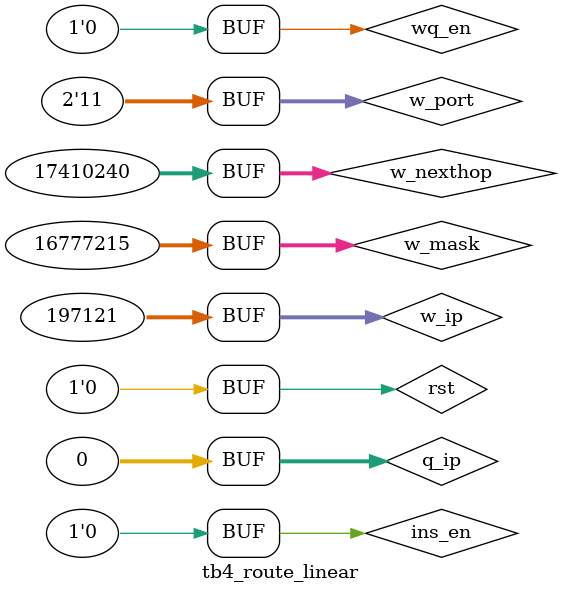
<source format=v>
`timescale 1ns / 1ps
module tb4_route_linear #(parameter CACHE_ADDR_WIDTH = 2)
                        ();
    reg rst;
    initial begin
        rst = 1;
        #5
        rst = 0;
    end
    
    wire clk_125M;
    
    clock clock_i(
    .clk_125M(clk_125M)
    );
    
    reg wq_en;
    reg ins_en;
    reg[31:0] w_ip;
    reg[31:0] w_mask;
    reg[1:0] w_port;
    reg[31:0] w_nexthop;
    reg[31:0] q_ip;
    wire[31:0] q_nexthop;
    wire[1:0] q_port;
    wire q_found;
    
    route_linear #(
    .CACHE_ADDR_WIDTH(CACHE_ADDR_WIDTH)
    ) router_linear_module(
    .clk(clk_125M),
    .rst(rst),
    .wq_en(wq_en),
    .ins_en(ins_en),
    .w_ip(w_ip),
    .w_mask(w_mask),
    .w_port(w_port),
    .w_nexthop(w_nexthop),
    .q_ip(q_ip),
    .q_nexthop(q_nexthop),
    .q_port(q_port),
    .q_found(q_found)
    );
    // Software Lookup Testcase 3
    // Input:
    // I,0x00030201,24,2,0x0203a8c0
    // I,0x04030201,32,3,0x0109a8c0
    // Q,0x04030201
    // Q,0x01030201
    // Q,0x00000000
    // D,0x04030201,32
    // Q,0x04030201
    // Q,0x01030201
    // Q,0x00000000
    // D,0x00030201,24
    // Q,0x04030201
    // Q,0x01030201
    // Q,0x00000000
    
    // Expected Output:
    // 0x0109a8c0 3
    // 0x0203a8c0 2
    // Not Found
    // 0x0203a8c0 2
    // 0x0203a8c0 2
    // Not Found
    // Not Found
    // Not Found
    // Not Found
    
    initial begin
        #20
        wq_en = 1;
        ins_en = 1;
        w_ip  = 32'h00030201;
        w_mask = 32'h00ffffff;
        w_port = 2;
        w_nexthop = 32'h0203a8c0;
        #20
        wq_en = 0;

        #20
        wq_en = 1;
        ins_en = 1;
        w_ip  = 32'h04030201;
        w_mask = 32'hffffffff;
        w_port = 3;
        w_nexthop = 32'h0109a8c0;
        #20
        wq_en = 0;

        #20
        wq_en = 0;
        q_ip  = 32'h04030201;

        #20
        wq_en = 0;
        q_ip  = 32'h01030201;

        #20
        wq_en = 0;
        q_ip  = 32'h00000000;

        #20
        wq_en = 1;
        ins_en = 0;
        w_ip  = 32'h04030201;
        w_mask = 32'hffffffff;
        #20
        wq_en = 0;

        #20
        wq_en = 0;
        q_ip  = 32'h04030201;

        #20
        wq_en = 0;
        q_ip  = 32'h01030201;

        #20
        wq_en = 0;
        q_ip  = 32'h00000000;

        #20
        wq_en = 1;
        ins_en = 0;
        w_ip  = 32'h00030201;
        w_mask = 32'h00ffffff;
        #20
        wq_en = 0;

        #20
        wq_en = 0;
        q_ip  = 32'h04030201;

        #20
        wq_en = 0;
        q_ip  = 32'h01030201;

        #20
        wq_en = 0;
        q_ip  = 32'h00000000;
    end
endmodule

</source>
